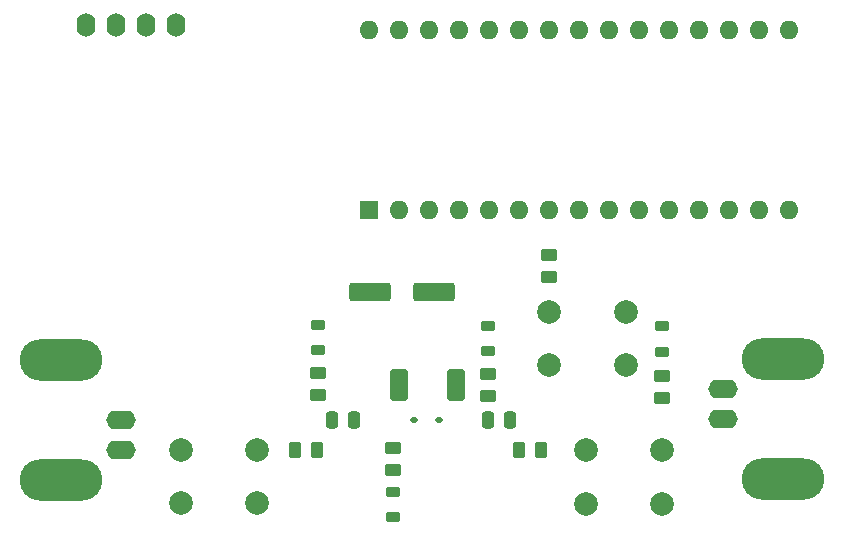
<source format=gbr>
%TF.GenerationSoftware,KiCad,Pcbnew,7.0.10*%
%TF.CreationDate,2024-02-22T19:55:08+01:00*%
%TF.ProjectId,Unibias,556e6962-6961-4732-9e6b-696361645f70,rev?*%
%TF.SameCoordinates,Original*%
%TF.FileFunction,Soldermask,Top*%
%TF.FilePolarity,Negative*%
%FSLAX46Y46*%
G04 Gerber Fmt 4.6, Leading zero omitted, Abs format (unit mm)*
G04 Created by KiCad (PCBNEW 7.0.10) date 2024-02-22 19:55:08*
%MOMM*%
%LPD*%
G01*
G04 APERTURE LIST*
G04 Aperture macros list*
%AMRoundRect*
0 Rectangle with rounded corners*
0 $1 Rounding radius*
0 $2 $3 $4 $5 $6 $7 $8 $9 X,Y pos of 4 corners*
0 Add a 4 corners polygon primitive as box body*
4,1,4,$2,$3,$4,$5,$6,$7,$8,$9,$2,$3,0*
0 Add four circle primitives for the rounded corners*
1,1,$1+$1,$2,$3*
1,1,$1+$1,$4,$5*
1,1,$1+$1,$6,$7*
1,1,$1+$1,$8,$9*
0 Add four rect primitives between the rounded corners*
20,1,$1+$1,$2,$3,$4,$5,0*
20,1,$1+$1,$4,$5,$6,$7,0*
20,1,$1+$1,$6,$7,$8,$9,0*
20,1,$1+$1,$8,$9,$2,$3,0*%
G04 Aperture macros list end*
%ADD10RoundRect,0.250000X-0.500000X-1.100000X0.500000X-1.100000X0.500000X1.100000X-0.500000X1.100000X0*%
%ADD11RoundRect,0.112500X-0.187500X-0.112500X0.187500X-0.112500X0.187500X0.112500X-0.187500X0.112500X0*%
%ADD12O,2.500000X1.600000*%
%ADD13O,7.000000X3.500000*%
%ADD14RoundRect,0.218750X-0.381250X0.218750X-0.381250X-0.218750X0.381250X-0.218750X0.381250X0.218750X0*%
%ADD15RoundRect,0.250000X0.250000X0.475000X-0.250000X0.475000X-0.250000X-0.475000X0.250000X-0.475000X0*%
%ADD16RoundRect,0.250000X-0.450000X0.262500X-0.450000X-0.262500X0.450000X-0.262500X0.450000X0.262500X0*%
%ADD17R,1.600000X1.600000*%
%ADD18O,1.600000X1.600000*%
%ADD19C,2.000000*%
%ADD20O,1.600000X2.000000*%
%ADD21RoundRect,0.250000X0.262500X0.450000X-0.262500X0.450000X-0.262500X-0.450000X0.262500X-0.450000X0*%
%ADD22RoundRect,0.250000X-1.500000X-0.550000X1.500000X-0.550000X1.500000X0.550000X-1.500000X0.550000X0*%
%ADD23RoundRect,0.250000X-0.262500X-0.450000X0.262500X-0.450000X0.262500X0.450000X-0.262500X0.450000X0*%
G04 APERTURE END LIST*
D10*
%TO.C,D2*%
X157493000Y-93599000D03*
X162293000Y-93599000D03*
%TD*%
D11*
%TO.C,D1*%
X158750000Y-96520000D03*
X160850000Y-96520000D03*
%TD*%
D12*
%TO.C,J2*%
X184950000Y-96420000D03*
D13*
X190030000Y-91340000D03*
D12*
X184950000Y-93880000D03*
D13*
X190030000Y-101500000D03*
%TD*%
D14*
%TO.C,L1*%
X156972000Y-102616000D03*
X156972000Y-104741000D03*
%TD*%
D15*
%TO.C,C1*%
X153670000Y-96520000D03*
X151770000Y-96520000D03*
%TD*%
D16*
%TO.C,R2*%
X164973000Y-92663000D03*
X164973000Y-94488000D03*
%TD*%
%TO.C,R1*%
X156972000Y-98909500D03*
X156972000Y-100734500D03*
%TD*%
D15*
%TO.C,C2*%
X166878000Y-96520000D03*
X164978000Y-96520000D03*
%TD*%
D14*
%TO.C,L2*%
X164973000Y-88553000D03*
X164973000Y-90678000D03*
%TD*%
D17*
%TO.C,A1*%
X154940000Y-78740000D03*
D18*
X157480000Y-78740000D03*
X160020000Y-78740000D03*
X162560000Y-78740000D03*
X165100000Y-78740000D03*
X167640000Y-78740000D03*
X170180000Y-78740000D03*
X172720000Y-78740000D03*
X175260000Y-78740000D03*
X177800000Y-78740000D03*
X180340000Y-78740000D03*
X182880000Y-78740000D03*
X185420000Y-78740000D03*
X187960000Y-78740000D03*
X190500000Y-78740000D03*
X190500000Y-63500000D03*
X187960000Y-63500000D03*
X185420000Y-63500000D03*
X182880000Y-63500000D03*
X180340000Y-63500000D03*
X177800000Y-63500000D03*
X175260000Y-63500000D03*
X172720000Y-63500000D03*
X170180000Y-63500000D03*
X167640000Y-63500000D03*
X165100000Y-63500000D03*
X162560000Y-63500000D03*
X160020000Y-63500000D03*
X157480000Y-63500000D03*
X154940000Y-63500000D03*
%TD*%
D12*
%TO.C,J1*%
X133980000Y-96520000D03*
D13*
X128900000Y-101600000D03*
D12*
X133980000Y-99060000D03*
D13*
X128900000Y-91440000D03*
%TD*%
D14*
%TO.C,L3*%
X150622000Y-88472500D03*
X150622000Y-90597500D03*
%TD*%
D19*
%TO.C,SW2*%
X179780000Y-103596000D03*
X173280000Y-103596000D03*
X179780000Y-99096000D03*
X173280000Y-99096000D03*
%TD*%
D16*
%TO.C,R7*%
X170180000Y-82550000D03*
X170180000Y-84375000D03*
%TD*%
D20*
%TO.C,Brd1*%
X131000000Y-63060000D03*
X133540000Y-63060000D03*
X136080000Y-63060000D03*
X138620000Y-63060000D03*
%TD*%
D19*
%TO.C,SW1*%
X145490000Y-103560000D03*
X138990000Y-103560000D03*
X145490000Y-99060000D03*
X138990000Y-99060000D03*
%TD*%
%TO.C,SW3*%
X176680000Y-91876000D03*
X170180000Y-91876000D03*
X176680000Y-87376000D03*
X170180000Y-87376000D03*
%TD*%
D16*
%TO.C,R4*%
X179705000Y-92813500D03*
X179705000Y-94638500D03*
%TD*%
D14*
%TO.C,L4*%
X179705000Y-88599500D03*
X179705000Y-90724500D03*
%TD*%
D21*
%TO.C,R5*%
X150518500Y-99060000D03*
X148693500Y-99060000D03*
%TD*%
D16*
%TO.C,R3*%
X150622000Y-92559500D03*
X150622000Y-94384500D03*
%TD*%
D22*
%TO.C,C3*%
X155001000Y-85725000D03*
X160401000Y-85725000D03*
%TD*%
D23*
%TO.C,R6*%
X167640000Y-99060000D03*
X169465000Y-99060000D03*
%TD*%
M02*

</source>
